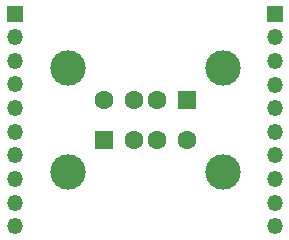
<source format=gbr>
%TF.GenerationSoftware,KiCad,Pcbnew,7.0.7*%
%TF.CreationDate,2023-10-06T14:48:46-06:00*%
%TF.ProjectId,USB_2_Module,5553425f-325f-44d6-9f64-756c652e6b69,rev?*%
%TF.SameCoordinates,Original*%
%TF.FileFunction,Soldermask,Top*%
%TF.FilePolarity,Negative*%
%FSLAX46Y46*%
G04 Gerber Fmt 4.6, Leading zero omitted, Abs format (unit mm)*
G04 Created by KiCad (PCBNEW 7.0.7) date 2023-10-06 14:48:46*
%MOMM*%
%LPD*%
G01*
G04 APERTURE LIST*
%ADD10O,1.350000X1.350000*%
%ADD11R,1.350000X1.350000*%
%ADD12C,3.000000*%
%ADD13C,1.600000*%
%ADD14R,1.600000X1.600000*%
G04 APERTURE END LIST*
D10*
%TO.C,J3*%
X155561200Y-98031400D03*
X155561200Y-96031400D03*
X155561200Y-94031400D03*
X155561200Y-92031400D03*
X155561200Y-90031400D03*
X155561200Y-88031400D03*
X155561200Y-86031400D03*
X155561200Y-84031400D03*
X155561200Y-82031400D03*
D11*
X155561200Y-80031400D03*
%TD*%
D10*
%TO.C,J2*%
X133573800Y-98021000D03*
X133573800Y-96021000D03*
X133573800Y-94021000D03*
X133573800Y-92021000D03*
X133573800Y-90021000D03*
X133573800Y-88021000D03*
X133573800Y-86021000D03*
X133573800Y-84021000D03*
X133573800Y-82021000D03*
D11*
X133573800Y-80021000D03*
%TD*%
D12*
%TO.C,J1*%
X138070000Y-84609200D03*
X151210000Y-84609200D03*
D13*
X141140000Y-87319200D03*
X143640000Y-87319200D03*
X145640000Y-87319200D03*
D14*
X148140000Y-87319200D03*
%TD*%
D12*
%TO.C,J4*%
X151210000Y-93410000D03*
X138070000Y-93410000D03*
D13*
X148140000Y-90700000D03*
X145640000Y-90700000D03*
X143640000Y-90700000D03*
D14*
X141140000Y-90700000D03*
%TD*%
M02*

</source>
